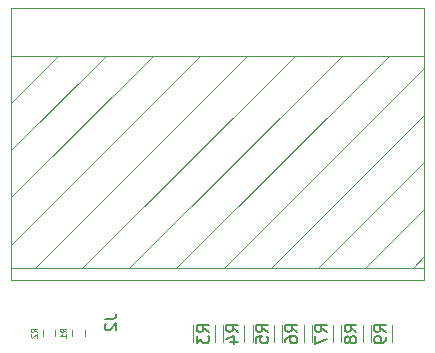
<source format=gbr>
%TF.GenerationSoftware,KiCad,Pcbnew,(5.1.9-0-10_14)*%
%TF.CreationDate,2021-05-20T08:26:29+01:00*%
%TF.ProjectId,EnvMon,456e764d-6f6e-42e6-9b69-6361645f7063,2*%
%TF.SameCoordinates,Original*%
%TF.FileFunction,Legend,Bot*%
%TF.FilePolarity,Positive*%
%FSLAX46Y46*%
G04 Gerber Fmt 4.6, Leading zero omitted, Abs format (unit mm)*
G04 Created by KiCad (PCBNEW (5.1.9-0-10_14)) date 2021-05-20 08:26:29*
%MOMM*%
%LPD*%
G01*
G04 APERTURE LIST*
%ADD10C,0.120000*%
%ADD11C,0.100000*%
%ADD12C,0.150000*%
G04 APERTURE END LIST*
D10*
%TO.C,R2*%
X98907499Y-96620275D02*
X98907499Y-97129723D01*
X97862499Y-96620275D02*
X97862499Y-97129723D01*
%TO.C,R1*%
X101417499Y-96620275D02*
X101417499Y-97129723D01*
X100372499Y-96620275D02*
X100372499Y-97129723D01*
%TO.C,M3*%
X129200000Y-91400000D02*
X130200000Y-90400000D01*
X125200000Y-91400000D02*
X130200000Y-86400000D01*
X121200000Y-91400000D02*
X130200000Y-82400000D01*
X117200000Y-91400000D02*
X130200000Y-78400000D01*
X113200000Y-91400000D02*
X130200000Y-74400000D01*
X109200000Y-91400000D02*
X127200000Y-73400000D01*
X105200000Y-91400000D02*
X123200000Y-73400000D01*
X101200000Y-91400000D02*
X119200000Y-73400000D01*
X97200000Y-91400000D02*
X115200000Y-73400000D01*
X95200000Y-89400000D02*
X111200000Y-73400000D01*
X95200000Y-85400000D02*
X107200000Y-73400000D01*
X95200000Y-81400000D02*
X103200000Y-73400000D01*
X95200000Y-77400000D02*
X99200000Y-73400000D01*
X95200000Y-91400000D02*
X130200000Y-91400000D01*
X95200000Y-73400000D02*
X130200000Y-73400000D01*
X130200000Y-92400000D02*
X130200000Y-69400000D01*
X95200000Y-92400000D02*
X130200000Y-92400000D01*
X95200000Y-69400000D02*
X95200000Y-92400000D01*
X130200000Y-69400000D02*
X95200000Y-69400000D01*
%TO.C,R9*%
X127460000Y-96222936D02*
X127460000Y-97677064D01*
X125640000Y-96222936D02*
X125640000Y-97677064D01*
%TO.C,R8*%
X124960000Y-96222936D02*
X124960000Y-97677064D01*
X123140000Y-96222936D02*
X123140000Y-97677064D01*
%TO.C,R7*%
X122460000Y-96222936D02*
X122460000Y-97677064D01*
X120640000Y-96222936D02*
X120640000Y-97677064D01*
%TO.C,R6*%
X119960000Y-96222936D02*
X119960000Y-97677064D01*
X118140000Y-96222936D02*
X118140000Y-97677064D01*
%TO.C,R5*%
X117460000Y-96222936D02*
X117460000Y-97677064D01*
X115640000Y-96222936D02*
X115640000Y-97677064D01*
%TO.C,R4*%
X114960000Y-96222936D02*
X114960000Y-97677064D01*
X113140000Y-96222936D02*
X113140000Y-97677064D01*
%TO.C,R3*%
X112460000Y-96222936D02*
X112460000Y-97677064D01*
X110640000Y-96222936D02*
X110640000Y-97677064D01*
%TO.C,R2*%
D11*
X97361189Y-96791665D02*
X97123094Y-96624999D01*
X97361189Y-96505951D02*
X96861189Y-96505951D01*
X96861189Y-96696427D01*
X96884999Y-96744046D01*
X96908808Y-96767856D01*
X96956427Y-96791665D01*
X97027856Y-96791665D01*
X97075475Y-96767856D01*
X97099284Y-96744046D01*
X97123094Y-96696427D01*
X97123094Y-96505951D01*
X96908808Y-96982141D02*
X96884999Y-97005951D01*
X96861189Y-97053570D01*
X96861189Y-97172618D01*
X96884999Y-97220237D01*
X96908808Y-97244046D01*
X96956427Y-97267856D01*
X97004046Y-97267856D01*
X97075475Y-97244046D01*
X97361189Y-96958332D01*
X97361189Y-97267856D01*
%TO.C,R1*%
X99871189Y-96791665D02*
X99633094Y-96624999D01*
X99871189Y-96505951D02*
X99371189Y-96505951D01*
X99371189Y-96696427D01*
X99394999Y-96744046D01*
X99418808Y-96767856D01*
X99466427Y-96791665D01*
X99537856Y-96791665D01*
X99585475Y-96767856D01*
X99609284Y-96744046D01*
X99633094Y-96696427D01*
X99633094Y-96505951D01*
X99871189Y-97267856D02*
X99871189Y-96982141D01*
X99871189Y-97124999D02*
X99371189Y-97124999D01*
X99442618Y-97077379D01*
X99490237Y-97029760D01*
X99514046Y-96982141D01*
%TO.C,J2*%
D12*
X103112380Y-95666666D02*
X103826666Y-95666666D01*
X103969523Y-95619047D01*
X104064761Y-95523809D01*
X104112380Y-95380952D01*
X104112380Y-95285714D01*
X103207619Y-96095238D02*
X103160000Y-96142857D01*
X103112380Y-96238095D01*
X103112380Y-96476190D01*
X103160000Y-96571428D01*
X103207619Y-96619047D01*
X103302857Y-96666666D01*
X103398095Y-96666666D01*
X103540952Y-96619047D01*
X104112380Y-96047619D01*
X104112380Y-96666666D01*
%TO.C,R9*%
X126932380Y-96783333D02*
X126456190Y-96450000D01*
X126932380Y-96211904D02*
X125932380Y-96211904D01*
X125932380Y-96592857D01*
X125980000Y-96688095D01*
X126027619Y-96735714D01*
X126122857Y-96783333D01*
X126265714Y-96783333D01*
X126360952Y-96735714D01*
X126408571Y-96688095D01*
X126456190Y-96592857D01*
X126456190Y-96211904D01*
X126932380Y-97259523D02*
X126932380Y-97450000D01*
X126884761Y-97545238D01*
X126837142Y-97592857D01*
X126694285Y-97688095D01*
X126503809Y-97735714D01*
X126122857Y-97735714D01*
X126027619Y-97688095D01*
X125980000Y-97640476D01*
X125932380Y-97545238D01*
X125932380Y-97354761D01*
X125980000Y-97259523D01*
X126027619Y-97211904D01*
X126122857Y-97164285D01*
X126360952Y-97164285D01*
X126456190Y-97211904D01*
X126503809Y-97259523D01*
X126551428Y-97354761D01*
X126551428Y-97545238D01*
X126503809Y-97640476D01*
X126456190Y-97688095D01*
X126360952Y-97735714D01*
%TO.C,R8*%
X124432380Y-96783333D02*
X123956190Y-96450000D01*
X124432380Y-96211904D02*
X123432380Y-96211904D01*
X123432380Y-96592857D01*
X123480000Y-96688095D01*
X123527619Y-96735714D01*
X123622857Y-96783333D01*
X123765714Y-96783333D01*
X123860952Y-96735714D01*
X123908571Y-96688095D01*
X123956190Y-96592857D01*
X123956190Y-96211904D01*
X123860952Y-97354761D02*
X123813333Y-97259523D01*
X123765714Y-97211904D01*
X123670476Y-97164285D01*
X123622857Y-97164285D01*
X123527619Y-97211904D01*
X123480000Y-97259523D01*
X123432380Y-97354761D01*
X123432380Y-97545238D01*
X123480000Y-97640476D01*
X123527619Y-97688095D01*
X123622857Y-97735714D01*
X123670476Y-97735714D01*
X123765714Y-97688095D01*
X123813333Y-97640476D01*
X123860952Y-97545238D01*
X123860952Y-97354761D01*
X123908571Y-97259523D01*
X123956190Y-97211904D01*
X124051428Y-97164285D01*
X124241904Y-97164285D01*
X124337142Y-97211904D01*
X124384761Y-97259523D01*
X124432380Y-97354761D01*
X124432380Y-97545238D01*
X124384761Y-97640476D01*
X124337142Y-97688095D01*
X124241904Y-97735714D01*
X124051428Y-97735714D01*
X123956190Y-97688095D01*
X123908571Y-97640476D01*
X123860952Y-97545238D01*
%TO.C,R7*%
X121932380Y-96783333D02*
X121456190Y-96450000D01*
X121932380Y-96211904D02*
X120932380Y-96211904D01*
X120932380Y-96592857D01*
X120980000Y-96688095D01*
X121027619Y-96735714D01*
X121122857Y-96783333D01*
X121265714Y-96783333D01*
X121360952Y-96735714D01*
X121408571Y-96688095D01*
X121456190Y-96592857D01*
X121456190Y-96211904D01*
X120932380Y-97116666D02*
X120932380Y-97783333D01*
X121932380Y-97354761D01*
%TO.C,R6*%
X119432380Y-96783333D02*
X118956190Y-96450000D01*
X119432380Y-96211904D02*
X118432380Y-96211904D01*
X118432380Y-96592857D01*
X118480000Y-96688095D01*
X118527619Y-96735714D01*
X118622857Y-96783333D01*
X118765714Y-96783333D01*
X118860952Y-96735714D01*
X118908571Y-96688095D01*
X118956190Y-96592857D01*
X118956190Y-96211904D01*
X118432380Y-97640476D02*
X118432380Y-97450000D01*
X118480000Y-97354761D01*
X118527619Y-97307142D01*
X118670476Y-97211904D01*
X118860952Y-97164285D01*
X119241904Y-97164285D01*
X119337142Y-97211904D01*
X119384761Y-97259523D01*
X119432380Y-97354761D01*
X119432380Y-97545238D01*
X119384761Y-97640476D01*
X119337142Y-97688095D01*
X119241904Y-97735714D01*
X119003809Y-97735714D01*
X118908571Y-97688095D01*
X118860952Y-97640476D01*
X118813333Y-97545238D01*
X118813333Y-97354761D01*
X118860952Y-97259523D01*
X118908571Y-97211904D01*
X119003809Y-97164285D01*
%TO.C,R5*%
X116932380Y-96783333D02*
X116456190Y-96450000D01*
X116932380Y-96211904D02*
X115932380Y-96211904D01*
X115932380Y-96592857D01*
X115980000Y-96688095D01*
X116027619Y-96735714D01*
X116122857Y-96783333D01*
X116265714Y-96783333D01*
X116360952Y-96735714D01*
X116408571Y-96688095D01*
X116456190Y-96592857D01*
X116456190Y-96211904D01*
X115932380Y-97688095D02*
X115932380Y-97211904D01*
X116408571Y-97164285D01*
X116360952Y-97211904D01*
X116313333Y-97307142D01*
X116313333Y-97545238D01*
X116360952Y-97640476D01*
X116408571Y-97688095D01*
X116503809Y-97735714D01*
X116741904Y-97735714D01*
X116837142Y-97688095D01*
X116884761Y-97640476D01*
X116932380Y-97545238D01*
X116932380Y-97307142D01*
X116884761Y-97211904D01*
X116837142Y-97164285D01*
%TO.C,R4*%
X114432380Y-96783333D02*
X113956190Y-96450000D01*
X114432380Y-96211904D02*
X113432380Y-96211904D01*
X113432380Y-96592857D01*
X113480000Y-96688095D01*
X113527619Y-96735714D01*
X113622857Y-96783333D01*
X113765714Y-96783333D01*
X113860952Y-96735714D01*
X113908571Y-96688095D01*
X113956190Y-96592857D01*
X113956190Y-96211904D01*
X113765714Y-97640476D02*
X114432380Y-97640476D01*
X113384761Y-97402380D02*
X114099047Y-97164285D01*
X114099047Y-97783333D01*
%TO.C,R3*%
X111932380Y-96783333D02*
X111456190Y-96450000D01*
X111932380Y-96211904D02*
X110932380Y-96211904D01*
X110932380Y-96592857D01*
X110980000Y-96688095D01*
X111027619Y-96735714D01*
X111122857Y-96783333D01*
X111265714Y-96783333D01*
X111360952Y-96735714D01*
X111408571Y-96688095D01*
X111456190Y-96592857D01*
X111456190Y-96211904D01*
X110932380Y-97116666D02*
X110932380Y-97735714D01*
X111313333Y-97402380D01*
X111313333Y-97545238D01*
X111360952Y-97640476D01*
X111408571Y-97688095D01*
X111503809Y-97735714D01*
X111741904Y-97735714D01*
X111837142Y-97688095D01*
X111884761Y-97640476D01*
X111932380Y-97545238D01*
X111932380Y-97259523D01*
X111884761Y-97164285D01*
X111837142Y-97116666D01*
%TD*%
M02*

</source>
